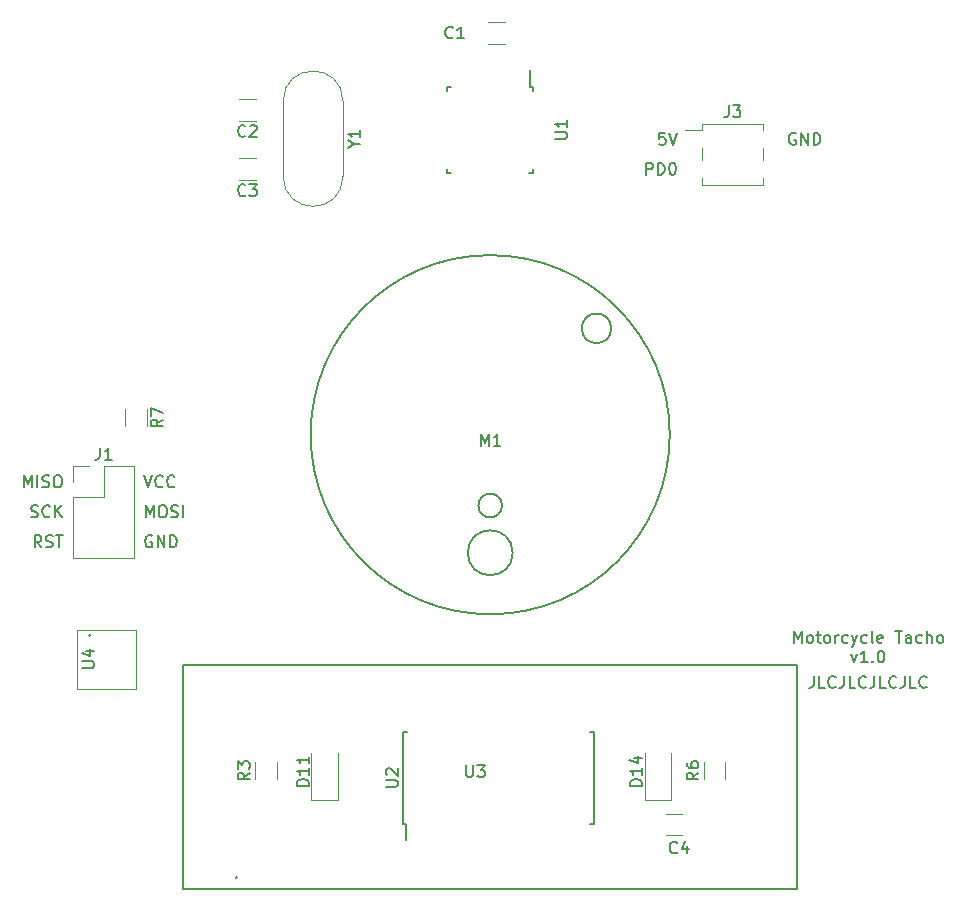
<source format=gbr>
%TF.GenerationSoftware,KiCad,Pcbnew,5.1.10*%
%TF.CreationDate,2021-09-26T09:19:48+10:00*%
%TF.ProjectId,pcb-main,7063622d-6d61-4696-9e2e-6b696361645f,rev?*%
%TF.SameCoordinates,Original*%
%TF.FileFunction,Legend,Top*%
%TF.FilePolarity,Positive*%
%FSLAX46Y46*%
G04 Gerber Fmt 4.6, Leading zero omitted, Abs format (unit mm)*
G04 Created by KiCad (PCBNEW 5.1.10) date 2021-09-26 09:19:48*
%MOMM*%
%LPD*%
G01*
G04 APERTURE LIST*
%ADD10C,0.150000*%
%ADD11C,0.120000*%
G04 APERTURE END LIST*
D10*
X177380952Y-114452380D02*
X177380952Y-115166666D01*
X177333333Y-115309523D01*
X177238095Y-115404761D01*
X177095238Y-115452380D01*
X177000000Y-115452380D01*
X178333333Y-115452380D02*
X177857142Y-115452380D01*
X177857142Y-114452380D01*
X179238095Y-115357142D02*
X179190476Y-115404761D01*
X179047619Y-115452380D01*
X178952380Y-115452380D01*
X178809523Y-115404761D01*
X178714285Y-115309523D01*
X178666666Y-115214285D01*
X178619047Y-115023809D01*
X178619047Y-114880952D01*
X178666666Y-114690476D01*
X178714285Y-114595238D01*
X178809523Y-114500000D01*
X178952380Y-114452380D01*
X179047619Y-114452380D01*
X179190476Y-114500000D01*
X179238095Y-114547619D01*
X179952380Y-114452380D02*
X179952380Y-115166666D01*
X179904761Y-115309523D01*
X179809523Y-115404761D01*
X179666666Y-115452380D01*
X179571428Y-115452380D01*
X180904761Y-115452380D02*
X180428571Y-115452380D01*
X180428571Y-114452380D01*
X181809523Y-115357142D02*
X181761904Y-115404761D01*
X181619047Y-115452380D01*
X181523809Y-115452380D01*
X181380952Y-115404761D01*
X181285714Y-115309523D01*
X181238095Y-115214285D01*
X181190476Y-115023809D01*
X181190476Y-114880952D01*
X181238095Y-114690476D01*
X181285714Y-114595238D01*
X181380952Y-114500000D01*
X181523809Y-114452380D01*
X181619047Y-114452380D01*
X181761904Y-114500000D01*
X181809523Y-114547619D01*
X182523809Y-114452380D02*
X182523809Y-115166666D01*
X182476190Y-115309523D01*
X182380952Y-115404761D01*
X182238095Y-115452380D01*
X182142857Y-115452380D01*
X183476190Y-115452380D02*
X183000000Y-115452380D01*
X183000000Y-114452380D01*
X184380952Y-115357142D02*
X184333333Y-115404761D01*
X184190476Y-115452380D01*
X184095238Y-115452380D01*
X183952380Y-115404761D01*
X183857142Y-115309523D01*
X183809523Y-115214285D01*
X183761904Y-115023809D01*
X183761904Y-114880952D01*
X183809523Y-114690476D01*
X183857142Y-114595238D01*
X183952380Y-114500000D01*
X184095238Y-114452380D01*
X184190476Y-114452380D01*
X184333333Y-114500000D01*
X184380952Y-114547619D01*
X185095238Y-114452380D02*
X185095238Y-115166666D01*
X185047619Y-115309523D01*
X184952380Y-115404761D01*
X184809523Y-115452380D01*
X184714285Y-115452380D01*
X186047619Y-115452380D02*
X185571428Y-115452380D01*
X185571428Y-114452380D01*
X186952380Y-115357142D02*
X186904761Y-115404761D01*
X186761904Y-115452380D01*
X186666666Y-115452380D01*
X186523809Y-115404761D01*
X186428571Y-115309523D01*
X186380952Y-115214285D01*
X186333333Y-115023809D01*
X186333333Y-114880952D01*
X186380952Y-114690476D01*
X186428571Y-114595238D01*
X186523809Y-114500000D01*
X186666666Y-114452380D01*
X186761904Y-114452380D01*
X186904761Y-114500000D01*
X186952380Y-114547619D01*
X175690476Y-111627380D02*
X175690476Y-110627380D01*
X176023809Y-111341666D01*
X176357142Y-110627380D01*
X176357142Y-111627380D01*
X176976190Y-111627380D02*
X176880952Y-111579761D01*
X176833333Y-111532142D01*
X176785714Y-111436904D01*
X176785714Y-111151190D01*
X176833333Y-111055952D01*
X176880952Y-111008333D01*
X176976190Y-110960714D01*
X177119047Y-110960714D01*
X177214285Y-111008333D01*
X177261904Y-111055952D01*
X177309523Y-111151190D01*
X177309523Y-111436904D01*
X177261904Y-111532142D01*
X177214285Y-111579761D01*
X177119047Y-111627380D01*
X176976190Y-111627380D01*
X177595238Y-110960714D02*
X177976190Y-110960714D01*
X177738095Y-110627380D02*
X177738095Y-111484523D01*
X177785714Y-111579761D01*
X177880952Y-111627380D01*
X177976190Y-111627380D01*
X178452380Y-111627380D02*
X178357142Y-111579761D01*
X178309523Y-111532142D01*
X178261904Y-111436904D01*
X178261904Y-111151190D01*
X178309523Y-111055952D01*
X178357142Y-111008333D01*
X178452380Y-110960714D01*
X178595238Y-110960714D01*
X178690476Y-111008333D01*
X178738095Y-111055952D01*
X178785714Y-111151190D01*
X178785714Y-111436904D01*
X178738095Y-111532142D01*
X178690476Y-111579761D01*
X178595238Y-111627380D01*
X178452380Y-111627380D01*
X179214285Y-111627380D02*
X179214285Y-110960714D01*
X179214285Y-111151190D02*
X179261904Y-111055952D01*
X179309523Y-111008333D01*
X179404761Y-110960714D01*
X179500000Y-110960714D01*
X180261904Y-111579761D02*
X180166666Y-111627380D01*
X179976190Y-111627380D01*
X179880952Y-111579761D01*
X179833333Y-111532142D01*
X179785714Y-111436904D01*
X179785714Y-111151190D01*
X179833333Y-111055952D01*
X179880952Y-111008333D01*
X179976190Y-110960714D01*
X180166666Y-110960714D01*
X180261904Y-111008333D01*
X180595238Y-110960714D02*
X180833333Y-111627380D01*
X181071428Y-110960714D02*
X180833333Y-111627380D01*
X180738095Y-111865476D01*
X180690476Y-111913095D01*
X180595238Y-111960714D01*
X181880952Y-111579761D02*
X181785714Y-111627380D01*
X181595238Y-111627380D01*
X181500000Y-111579761D01*
X181452380Y-111532142D01*
X181404761Y-111436904D01*
X181404761Y-111151190D01*
X181452380Y-111055952D01*
X181500000Y-111008333D01*
X181595238Y-110960714D01*
X181785714Y-110960714D01*
X181880952Y-111008333D01*
X182452380Y-111627380D02*
X182357142Y-111579761D01*
X182309523Y-111484523D01*
X182309523Y-110627380D01*
X183214285Y-111579761D02*
X183119047Y-111627380D01*
X182928571Y-111627380D01*
X182833333Y-111579761D01*
X182785714Y-111484523D01*
X182785714Y-111103571D01*
X182833333Y-111008333D01*
X182928571Y-110960714D01*
X183119047Y-110960714D01*
X183214285Y-111008333D01*
X183261904Y-111103571D01*
X183261904Y-111198809D01*
X182785714Y-111294047D01*
X184309523Y-110627380D02*
X184880952Y-110627380D01*
X184595238Y-111627380D02*
X184595238Y-110627380D01*
X185642857Y-111627380D02*
X185642857Y-111103571D01*
X185595238Y-111008333D01*
X185500000Y-110960714D01*
X185309523Y-110960714D01*
X185214285Y-111008333D01*
X185642857Y-111579761D02*
X185547619Y-111627380D01*
X185309523Y-111627380D01*
X185214285Y-111579761D01*
X185166666Y-111484523D01*
X185166666Y-111389285D01*
X185214285Y-111294047D01*
X185309523Y-111246428D01*
X185547619Y-111246428D01*
X185642857Y-111198809D01*
X186547619Y-111579761D02*
X186452380Y-111627380D01*
X186261904Y-111627380D01*
X186166666Y-111579761D01*
X186119047Y-111532142D01*
X186071428Y-111436904D01*
X186071428Y-111151190D01*
X186119047Y-111055952D01*
X186166666Y-111008333D01*
X186261904Y-110960714D01*
X186452380Y-110960714D01*
X186547619Y-111008333D01*
X186976190Y-111627380D02*
X186976190Y-110627380D01*
X187404761Y-111627380D02*
X187404761Y-111103571D01*
X187357142Y-111008333D01*
X187261904Y-110960714D01*
X187119047Y-110960714D01*
X187023809Y-111008333D01*
X186976190Y-111055952D01*
X188023809Y-111627380D02*
X187928571Y-111579761D01*
X187880952Y-111532142D01*
X187833333Y-111436904D01*
X187833333Y-111151190D01*
X187880952Y-111055952D01*
X187928571Y-111008333D01*
X188023809Y-110960714D01*
X188166666Y-110960714D01*
X188261904Y-111008333D01*
X188309523Y-111055952D01*
X188357142Y-111151190D01*
X188357142Y-111436904D01*
X188309523Y-111532142D01*
X188261904Y-111579761D01*
X188166666Y-111627380D01*
X188023809Y-111627380D01*
X180571428Y-112610714D02*
X180809523Y-113277380D01*
X181047619Y-112610714D01*
X181952380Y-113277380D02*
X181380952Y-113277380D01*
X181666666Y-113277380D02*
X181666666Y-112277380D01*
X181571428Y-112420238D01*
X181476190Y-112515476D01*
X181380952Y-112563095D01*
X182380952Y-113182142D02*
X182428571Y-113229761D01*
X182380952Y-113277380D01*
X182333333Y-113229761D01*
X182380952Y-113182142D01*
X182380952Y-113277380D01*
X183047619Y-112277380D02*
X183142857Y-112277380D01*
X183238095Y-112325000D01*
X183285714Y-112372619D01*
X183333333Y-112467857D01*
X183380952Y-112658333D01*
X183380952Y-112896428D01*
X183333333Y-113086904D01*
X183285714Y-113182142D01*
X183238095Y-113229761D01*
X183142857Y-113277380D01*
X183047619Y-113277380D01*
X182952380Y-113229761D01*
X182904761Y-113182142D01*
X182857142Y-113086904D01*
X182809523Y-112896428D01*
X182809523Y-112658333D01*
X182857142Y-112467857D01*
X182904761Y-112372619D01*
X182952380Y-112325000D01*
X183047619Y-112277380D01*
X163188214Y-71992380D02*
X163188214Y-70992380D01*
X163569166Y-70992380D01*
X163664404Y-71040000D01*
X163712023Y-71087619D01*
X163759642Y-71182857D01*
X163759642Y-71325714D01*
X163712023Y-71420952D01*
X163664404Y-71468571D01*
X163569166Y-71516190D01*
X163188214Y-71516190D01*
X164188214Y-71992380D02*
X164188214Y-70992380D01*
X164426309Y-70992380D01*
X164569166Y-71040000D01*
X164664404Y-71135238D01*
X164712023Y-71230476D01*
X164759642Y-71420952D01*
X164759642Y-71563809D01*
X164712023Y-71754285D01*
X164664404Y-71849523D01*
X164569166Y-71944761D01*
X164426309Y-71992380D01*
X164188214Y-71992380D01*
X165378690Y-70992380D02*
X165473928Y-70992380D01*
X165569166Y-71040000D01*
X165616785Y-71087619D01*
X165664404Y-71182857D01*
X165712023Y-71373333D01*
X165712023Y-71611428D01*
X165664404Y-71801904D01*
X165616785Y-71897142D01*
X165569166Y-71944761D01*
X165473928Y-71992380D01*
X165378690Y-71992380D01*
X165283452Y-71944761D01*
X165235833Y-71897142D01*
X165188214Y-71801904D01*
X165140595Y-71611428D01*
X165140595Y-71373333D01*
X165188214Y-71182857D01*
X165235833Y-71087619D01*
X165283452Y-71040000D01*
X165378690Y-70992380D01*
X164807261Y-68452380D02*
X164331071Y-68452380D01*
X164283452Y-68928571D01*
X164331071Y-68880952D01*
X164426309Y-68833333D01*
X164664404Y-68833333D01*
X164759642Y-68880952D01*
X164807261Y-68928571D01*
X164854880Y-69023809D01*
X164854880Y-69261904D01*
X164807261Y-69357142D01*
X164759642Y-69404761D01*
X164664404Y-69452380D01*
X164426309Y-69452380D01*
X164331071Y-69404761D01*
X164283452Y-69357142D01*
X165140595Y-68452380D02*
X165473928Y-69452380D01*
X165807261Y-68452380D01*
X175859404Y-68500000D02*
X175764166Y-68452380D01*
X175621309Y-68452380D01*
X175478452Y-68500000D01*
X175383214Y-68595238D01*
X175335595Y-68690476D01*
X175287976Y-68880952D01*
X175287976Y-69023809D01*
X175335595Y-69214285D01*
X175383214Y-69309523D01*
X175478452Y-69404761D01*
X175621309Y-69452380D01*
X175716547Y-69452380D01*
X175859404Y-69404761D01*
X175907023Y-69357142D01*
X175907023Y-69023809D01*
X175716547Y-69023809D01*
X176335595Y-69452380D02*
X176335595Y-68452380D01*
X176907023Y-69452380D01*
X176907023Y-68452380D01*
X177383214Y-69452380D02*
X177383214Y-68452380D01*
X177621309Y-68452380D01*
X177764166Y-68500000D01*
X177859404Y-68595238D01*
X177907023Y-68690476D01*
X177954642Y-68880952D01*
X177954642Y-69023809D01*
X177907023Y-69214285D01*
X177859404Y-69309523D01*
X177764166Y-69404761D01*
X177621309Y-69452380D01*
X177383214Y-69452380D01*
X120835595Y-100992380D02*
X120835595Y-99992380D01*
X121168928Y-100706666D01*
X121502261Y-99992380D01*
X121502261Y-100992380D01*
X122168928Y-99992380D02*
X122359404Y-99992380D01*
X122454642Y-100040000D01*
X122549880Y-100135238D01*
X122597500Y-100325714D01*
X122597500Y-100659047D01*
X122549880Y-100849523D01*
X122454642Y-100944761D01*
X122359404Y-100992380D01*
X122168928Y-100992380D01*
X122073690Y-100944761D01*
X121978452Y-100849523D01*
X121930833Y-100659047D01*
X121930833Y-100325714D01*
X121978452Y-100135238D01*
X122073690Y-100040000D01*
X122168928Y-99992380D01*
X122978452Y-100944761D02*
X123121309Y-100992380D01*
X123359404Y-100992380D01*
X123454642Y-100944761D01*
X123502261Y-100897142D01*
X123549880Y-100801904D01*
X123549880Y-100706666D01*
X123502261Y-100611428D01*
X123454642Y-100563809D01*
X123359404Y-100516190D01*
X123168928Y-100468571D01*
X123073690Y-100420952D01*
X123026071Y-100373333D01*
X122978452Y-100278095D01*
X122978452Y-100182857D01*
X123026071Y-100087619D01*
X123073690Y-100040000D01*
X123168928Y-99992380D01*
X123407023Y-99992380D01*
X123549880Y-100040000D01*
X123978452Y-100992380D02*
X123978452Y-99992380D01*
X111140595Y-100944761D02*
X111283452Y-100992380D01*
X111521547Y-100992380D01*
X111616785Y-100944761D01*
X111664404Y-100897142D01*
X111712023Y-100801904D01*
X111712023Y-100706666D01*
X111664404Y-100611428D01*
X111616785Y-100563809D01*
X111521547Y-100516190D01*
X111331071Y-100468571D01*
X111235833Y-100420952D01*
X111188214Y-100373333D01*
X111140595Y-100278095D01*
X111140595Y-100182857D01*
X111188214Y-100087619D01*
X111235833Y-100040000D01*
X111331071Y-99992380D01*
X111569166Y-99992380D01*
X111712023Y-100040000D01*
X112712023Y-100897142D02*
X112664404Y-100944761D01*
X112521547Y-100992380D01*
X112426309Y-100992380D01*
X112283452Y-100944761D01*
X112188214Y-100849523D01*
X112140595Y-100754285D01*
X112092976Y-100563809D01*
X112092976Y-100420952D01*
X112140595Y-100230476D01*
X112188214Y-100135238D01*
X112283452Y-100040000D01*
X112426309Y-99992380D01*
X112521547Y-99992380D01*
X112664404Y-100040000D01*
X112712023Y-100087619D01*
X113140595Y-100992380D02*
X113140595Y-99992380D01*
X113712023Y-100992380D02*
X113283452Y-100420952D01*
X113712023Y-99992380D02*
X113140595Y-100563809D01*
X110521547Y-98452380D02*
X110521547Y-97452380D01*
X110854880Y-98166666D01*
X111188214Y-97452380D01*
X111188214Y-98452380D01*
X111664404Y-98452380D02*
X111664404Y-97452380D01*
X112092976Y-98404761D02*
X112235833Y-98452380D01*
X112473928Y-98452380D01*
X112569166Y-98404761D01*
X112616785Y-98357142D01*
X112664404Y-98261904D01*
X112664404Y-98166666D01*
X112616785Y-98071428D01*
X112569166Y-98023809D01*
X112473928Y-97976190D01*
X112283452Y-97928571D01*
X112188214Y-97880952D01*
X112140595Y-97833333D01*
X112092976Y-97738095D01*
X112092976Y-97642857D01*
X112140595Y-97547619D01*
X112188214Y-97500000D01*
X112283452Y-97452380D01*
X112521547Y-97452380D01*
X112664404Y-97500000D01*
X113283452Y-97452380D02*
X113473928Y-97452380D01*
X113569166Y-97500000D01*
X113664404Y-97595238D01*
X113712023Y-97785714D01*
X113712023Y-98119047D01*
X113664404Y-98309523D01*
X113569166Y-98404761D01*
X113473928Y-98452380D01*
X113283452Y-98452380D01*
X113188214Y-98404761D01*
X113092976Y-98309523D01*
X113045357Y-98119047D01*
X113045357Y-97785714D01*
X113092976Y-97595238D01*
X113188214Y-97500000D01*
X113283452Y-97452380D01*
X120692738Y-97452380D02*
X121026071Y-98452380D01*
X121359404Y-97452380D01*
X122264166Y-98357142D02*
X122216547Y-98404761D01*
X122073690Y-98452380D01*
X121978452Y-98452380D01*
X121835595Y-98404761D01*
X121740357Y-98309523D01*
X121692738Y-98214285D01*
X121645119Y-98023809D01*
X121645119Y-97880952D01*
X121692738Y-97690476D01*
X121740357Y-97595238D01*
X121835595Y-97500000D01*
X121978452Y-97452380D01*
X122073690Y-97452380D01*
X122216547Y-97500000D01*
X122264166Y-97547619D01*
X123264166Y-98357142D02*
X123216547Y-98404761D01*
X123073690Y-98452380D01*
X122978452Y-98452380D01*
X122835595Y-98404761D01*
X122740357Y-98309523D01*
X122692738Y-98214285D01*
X122645119Y-98023809D01*
X122645119Y-97880952D01*
X122692738Y-97690476D01*
X122740357Y-97595238D01*
X122835595Y-97500000D01*
X122978452Y-97452380D01*
X123073690Y-97452380D01*
X123216547Y-97500000D01*
X123264166Y-97547619D01*
X121359404Y-102580000D02*
X121264166Y-102532380D01*
X121121309Y-102532380D01*
X120978452Y-102580000D01*
X120883214Y-102675238D01*
X120835595Y-102770476D01*
X120787976Y-102960952D01*
X120787976Y-103103809D01*
X120835595Y-103294285D01*
X120883214Y-103389523D01*
X120978452Y-103484761D01*
X121121309Y-103532380D01*
X121216547Y-103532380D01*
X121359404Y-103484761D01*
X121407023Y-103437142D01*
X121407023Y-103103809D01*
X121216547Y-103103809D01*
X121835595Y-103532380D02*
X121835595Y-102532380D01*
X122407023Y-103532380D01*
X122407023Y-102532380D01*
X122883214Y-103532380D02*
X122883214Y-102532380D01*
X123121309Y-102532380D01*
X123264166Y-102580000D01*
X123359404Y-102675238D01*
X123407023Y-102770476D01*
X123454642Y-102960952D01*
X123454642Y-103103809D01*
X123407023Y-103294285D01*
X123359404Y-103389523D01*
X123264166Y-103484761D01*
X123121309Y-103532380D01*
X122883214Y-103532380D01*
X111997738Y-103532380D02*
X111664404Y-103056190D01*
X111426309Y-103532380D02*
X111426309Y-102532380D01*
X111807261Y-102532380D01*
X111902500Y-102580000D01*
X111950119Y-102627619D01*
X111997738Y-102722857D01*
X111997738Y-102865714D01*
X111950119Y-102960952D01*
X111902500Y-103008571D01*
X111807261Y-103056190D01*
X111426309Y-103056190D01*
X112378690Y-103484761D02*
X112521547Y-103532380D01*
X112759642Y-103532380D01*
X112854880Y-103484761D01*
X112902500Y-103437142D01*
X112950119Y-103341904D01*
X112950119Y-103246666D01*
X112902500Y-103151428D01*
X112854880Y-103103809D01*
X112759642Y-103056190D01*
X112569166Y-103008571D01*
X112473928Y-102960952D01*
X112426309Y-102913333D01*
X112378690Y-102818095D01*
X112378690Y-102722857D01*
X112426309Y-102627619D01*
X112473928Y-102580000D01*
X112569166Y-102532380D01*
X112807261Y-102532380D01*
X112950119Y-102580000D01*
X113235833Y-102532380D02*
X113807261Y-102532380D01*
X113521547Y-103532380D02*
X113521547Y-102532380D01*
D11*
%TO.C,U4*%
X116200000Y-111000000D02*
G75*
G03*
X116200000Y-111000000I-100000J0D01*
G01*
X120000000Y-110500000D02*
X120000000Y-115500000D01*
X120000000Y-115500000D02*
X115000000Y-115500000D01*
X115000000Y-115500000D02*
X115000000Y-110500000D01*
X115000000Y-110500000D02*
X120000000Y-110500000D01*
%TO.C,J1*%
X114670000Y-104410000D02*
X119870000Y-104410000D01*
X114670000Y-99270000D02*
X114670000Y-104410000D01*
X119870000Y-96670000D02*
X119870000Y-104410000D01*
X114670000Y-99270000D02*
X117270000Y-99270000D01*
X117270000Y-99270000D02*
X117270000Y-96670000D01*
X117270000Y-96670000D02*
X119870000Y-96670000D01*
X114670000Y-98000000D02*
X114670000Y-96670000D01*
X114670000Y-96670000D02*
X116000000Y-96670000D01*
D10*
%TO.C,U3*%
X124000000Y-132500000D02*
X124000000Y-113500000D01*
X176000000Y-132500000D02*
X124000000Y-132500000D01*
X176000000Y-113500000D02*
X176000000Y-132500000D01*
X124000000Y-113500000D02*
X176000000Y-113500000D01*
D11*
X128600000Y-131500000D02*
G75*
G03*
X128600000Y-131500000I-100000J0D01*
G01*
D10*
%TO.C,U2*%
X142625000Y-126925000D02*
X142875000Y-126925000D01*
X142625000Y-119175000D02*
X142972500Y-119175000D01*
X158775000Y-119175000D02*
X158427500Y-119175000D01*
X158775000Y-126925000D02*
X158427500Y-126925000D01*
X142625000Y-126925000D02*
X142625000Y-119175000D01*
X158775000Y-126925000D02*
X158775000Y-119175000D01*
X142875000Y-126925000D02*
X142875000Y-128350000D01*
D11*
%TO.C,J3*%
X167925000Y-67670000D02*
X173125000Y-67670000D01*
X167925000Y-72870000D02*
X173125000Y-72870000D01*
X166485000Y-68240000D02*
X167925000Y-68240000D01*
X167925000Y-67670000D02*
X167925000Y-68240000D01*
X173125000Y-67670000D02*
X173125000Y-68240000D01*
X167925000Y-72300000D02*
X167925000Y-72870000D01*
X173125000Y-72300000D02*
X173125000Y-72870000D01*
X167925000Y-69760000D02*
X167925000Y-70780000D01*
X173125000Y-69760000D02*
X173125000Y-70780000D01*
D10*
%TO.C,M1*%
X165200000Y-94000000D02*
G75*
G03*
X165200000Y-94000000I-15200000J0D01*
G01*
X151000000Y-100000000D02*
G75*
G03*
X151000000Y-100000000I-1000000J0D01*
G01*
X151900000Y-104000000D02*
G75*
G03*
X151900000Y-104000000I-1900000J0D01*
G01*
X160250000Y-85000000D02*
G75*
G03*
X160250000Y-85000000I-1250000J0D01*
G01*
D11*
%TO.C,C4*%
X164851248Y-126090000D02*
X166273752Y-126090000D01*
X164851248Y-127910000D02*
X166273752Y-127910000D01*
%TO.C,Y1*%
X132475000Y-72140000D02*
G75*
G03*
X137525000Y-72140000I2525000J0D01*
G01*
X132475000Y-65740000D02*
G75*
G02*
X137525000Y-65740000I2525000J0D01*
G01*
X137525000Y-65740000D02*
X137525000Y-72140000D01*
X132475000Y-65740000D02*
X132475000Y-72140000D01*
%TO.C,R7*%
X120910000Y-91822936D02*
X120910000Y-93277064D01*
X119090000Y-91822936D02*
X119090000Y-93277064D01*
%TO.C,C3*%
X130148752Y-72410000D02*
X128726248Y-72410000D01*
X130148752Y-70590000D02*
X128726248Y-70590000D01*
%TO.C,C2*%
X130148752Y-67410000D02*
X128726248Y-67410000D01*
X130148752Y-65590000D02*
X128726248Y-65590000D01*
%TO.C,C1*%
X149851248Y-59090000D02*
X151273752Y-59090000D01*
X149851248Y-60910000D02*
X151273752Y-60910000D01*
%TO.C,R6*%
X168090000Y-123177064D02*
X168090000Y-121722936D01*
X169910000Y-123177064D02*
X169910000Y-121722936D01*
%TO.C,R3*%
X130090000Y-123177064D02*
X130090000Y-121722936D01*
X131910000Y-123177064D02*
X131910000Y-121722936D01*
%TO.C,D14*%
X163065000Y-120912500D02*
X163065000Y-124972500D01*
X163065000Y-124972500D02*
X165335000Y-124972500D01*
X165335000Y-124972500D02*
X165335000Y-120912500D01*
%TO.C,D11*%
X134865000Y-120912500D02*
X134865000Y-124972500D01*
X134865000Y-124972500D02*
X137135000Y-124972500D01*
X137135000Y-124972500D02*
X137135000Y-120912500D01*
D10*
%TO.C,U1*%
X153625000Y-64575000D02*
X153400000Y-64575000D01*
X153625000Y-71825000D02*
X153300000Y-71825000D01*
X146375000Y-71825000D02*
X146700000Y-71825000D01*
X146375000Y-64575000D02*
X146700000Y-64575000D01*
X153625000Y-64575000D02*
X153625000Y-64900000D01*
X146375000Y-64575000D02*
X146375000Y-64900000D01*
X146375000Y-71825000D02*
X146375000Y-71500000D01*
X153625000Y-71825000D02*
X153625000Y-71500000D01*
X153400000Y-64575000D02*
X153400000Y-63150000D01*
%TO.C,U4*%
X115452380Y-113761904D02*
X116261904Y-113761904D01*
X116357142Y-113714285D01*
X116404761Y-113666666D01*
X116452380Y-113571428D01*
X116452380Y-113380952D01*
X116404761Y-113285714D01*
X116357142Y-113238095D01*
X116261904Y-113190476D01*
X115452380Y-113190476D01*
X115785714Y-112285714D02*
X116452380Y-112285714D01*
X115404761Y-112523809D02*
X116119047Y-112761904D01*
X116119047Y-112142857D01*
%TO.C,J1*%
X116936666Y-95122380D02*
X116936666Y-95836666D01*
X116889047Y-95979523D01*
X116793809Y-96074761D01*
X116650952Y-96122380D01*
X116555714Y-96122380D01*
X117936666Y-96122380D02*
X117365238Y-96122380D01*
X117650952Y-96122380D02*
X117650952Y-95122380D01*
X117555714Y-95265238D01*
X117460476Y-95360476D01*
X117365238Y-95408095D01*
%TO.C,U3*%
X147968975Y-121979420D02*
X147968975Y-122788944D01*
X148016594Y-122884182D01*
X148064213Y-122931801D01*
X148159451Y-122979420D01*
X148349927Y-122979420D01*
X148445165Y-122931801D01*
X148492784Y-122884182D01*
X148540403Y-122788944D01*
X148540403Y-121979420D01*
X148921356Y-121979420D02*
X149540403Y-121979420D01*
X149207070Y-122360373D01*
X149349927Y-122360373D01*
X149445165Y-122407992D01*
X149492784Y-122455611D01*
X149540403Y-122550849D01*
X149540403Y-122788944D01*
X149492784Y-122884182D01*
X149445165Y-122931801D01*
X149349927Y-122979420D01*
X149064213Y-122979420D01*
X148968975Y-122931801D01*
X148921356Y-122884182D01*
%TO.C,U2*%
X141152380Y-123811904D02*
X141961904Y-123811904D01*
X142057142Y-123764285D01*
X142104761Y-123716666D01*
X142152380Y-123621428D01*
X142152380Y-123430952D01*
X142104761Y-123335714D01*
X142057142Y-123288095D01*
X141961904Y-123240476D01*
X141152380Y-123240476D01*
X141247619Y-122811904D02*
X141200000Y-122764285D01*
X141152380Y-122669047D01*
X141152380Y-122430952D01*
X141200000Y-122335714D01*
X141247619Y-122288095D01*
X141342857Y-122240476D01*
X141438095Y-122240476D01*
X141580952Y-122288095D01*
X142152380Y-122859523D01*
X142152380Y-122240476D01*
%TO.C,J3*%
X170191666Y-66122380D02*
X170191666Y-66836666D01*
X170144047Y-66979523D01*
X170048809Y-67074761D01*
X169905952Y-67122380D01*
X169810714Y-67122380D01*
X170572619Y-66122380D02*
X171191666Y-66122380D01*
X170858333Y-66503333D01*
X171001190Y-66503333D01*
X171096428Y-66550952D01*
X171144047Y-66598571D01*
X171191666Y-66693809D01*
X171191666Y-66931904D01*
X171144047Y-67027142D01*
X171096428Y-67074761D01*
X171001190Y-67122380D01*
X170715476Y-67122380D01*
X170620238Y-67074761D01*
X170572619Y-67027142D01*
%TO.C,M1*%
X149190476Y-94952380D02*
X149190476Y-93952380D01*
X149523809Y-94666666D01*
X149857142Y-93952380D01*
X149857142Y-94952380D01*
X150857142Y-94952380D02*
X150285714Y-94952380D01*
X150571428Y-94952380D02*
X150571428Y-93952380D01*
X150476190Y-94095238D01*
X150380952Y-94190476D01*
X150285714Y-94238095D01*
%TO.C,C4*%
X165833333Y-129357142D02*
X165785714Y-129404761D01*
X165642857Y-129452380D01*
X165547619Y-129452380D01*
X165404761Y-129404761D01*
X165309523Y-129309523D01*
X165261904Y-129214285D01*
X165214285Y-129023809D01*
X165214285Y-128880952D01*
X165261904Y-128690476D01*
X165309523Y-128595238D01*
X165404761Y-128500000D01*
X165547619Y-128452380D01*
X165642857Y-128452380D01*
X165785714Y-128500000D01*
X165833333Y-128547619D01*
X166690476Y-128785714D02*
X166690476Y-129452380D01*
X166452380Y-128404761D02*
X166214285Y-129119047D01*
X166833333Y-129119047D01*
%TO.C,Y1*%
X138501190Y-69416190D02*
X138977380Y-69416190D01*
X137977380Y-69749523D02*
X138501190Y-69416190D01*
X137977380Y-69082857D01*
X138977380Y-68225714D02*
X138977380Y-68797142D01*
X138977380Y-68511428D02*
X137977380Y-68511428D01*
X138120238Y-68606666D01*
X138215476Y-68701904D01*
X138263095Y-68797142D01*
%TO.C,R7*%
X122272380Y-92716666D02*
X121796190Y-93050000D01*
X122272380Y-93288095D02*
X121272380Y-93288095D01*
X121272380Y-92907142D01*
X121320000Y-92811904D01*
X121367619Y-92764285D01*
X121462857Y-92716666D01*
X121605714Y-92716666D01*
X121700952Y-92764285D01*
X121748571Y-92811904D01*
X121796190Y-92907142D01*
X121796190Y-93288095D01*
X121272380Y-92383333D02*
X121272380Y-91716666D01*
X122272380Y-92145238D01*
%TO.C,C3*%
X129270833Y-73707142D02*
X129223214Y-73754761D01*
X129080357Y-73802380D01*
X128985119Y-73802380D01*
X128842261Y-73754761D01*
X128747023Y-73659523D01*
X128699404Y-73564285D01*
X128651785Y-73373809D01*
X128651785Y-73230952D01*
X128699404Y-73040476D01*
X128747023Y-72945238D01*
X128842261Y-72850000D01*
X128985119Y-72802380D01*
X129080357Y-72802380D01*
X129223214Y-72850000D01*
X129270833Y-72897619D01*
X129604166Y-72802380D02*
X130223214Y-72802380D01*
X129889880Y-73183333D01*
X130032738Y-73183333D01*
X130127976Y-73230952D01*
X130175595Y-73278571D01*
X130223214Y-73373809D01*
X130223214Y-73611904D01*
X130175595Y-73707142D01*
X130127976Y-73754761D01*
X130032738Y-73802380D01*
X129747023Y-73802380D01*
X129651785Y-73754761D01*
X129604166Y-73707142D01*
%TO.C,C2*%
X129270833Y-68707142D02*
X129223214Y-68754761D01*
X129080357Y-68802380D01*
X128985119Y-68802380D01*
X128842261Y-68754761D01*
X128747023Y-68659523D01*
X128699404Y-68564285D01*
X128651785Y-68373809D01*
X128651785Y-68230952D01*
X128699404Y-68040476D01*
X128747023Y-67945238D01*
X128842261Y-67850000D01*
X128985119Y-67802380D01*
X129080357Y-67802380D01*
X129223214Y-67850000D01*
X129270833Y-67897619D01*
X129651785Y-67897619D02*
X129699404Y-67850000D01*
X129794642Y-67802380D01*
X130032738Y-67802380D01*
X130127976Y-67850000D01*
X130175595Y-67897619D01*
X130223214Y-67992857D01*
X130223214Y-68088095D01*
X130175595Y-68230952D01*
X129604166Y-68802380D01*
X130223214Y-68802380D01*
%TO.C,C1*%
X146833333Y-60357142D02*
X146785714Y-60404761D01*
X146642857Y-60452380D01*
X146547619Y-60452380D01*
X146404761Y-60404761D01*
X146309523Y-60309523D01*
X146261904Y-60214285D01*
X146214285Y-60023809D01*
X146214285Y-59880952D01*
X146261904Y-59690476D01*
X146309523Y-59595238D01*
X146404761Y-59500000D01*
X146547619Y-59452380D01*
X146642857Y-59452380D01*
X146785714Y-59500000D01*
X146833333Y-59547619D01*
X147785714Y-60452380D02*
X147214285Y-60452380D01*
X147500000Y-60452380D02*
X147500000Y-59452380D01*
X147404761Y-59595238D01*
X147309523Y-59690476D01*
X147214285Y-59738095D01*
%TO.C,R6*%
X167632380Y-122616666D02*
X167156190Y-122950000D01*
X167632380Y-123188095D02*
X166632380Y-123188095D01*
X166632380Y-122807142D01*
X166680000Y-122711904D01*
X166727619Y-122664285D01*
X166822857Y-122616666D01*
X166965714Y-122616666D01*
X167060952Y-122664285D01*
X167108571Y-122711904D01*
X167156190Y-122807142D01*
X167156190Y-123188095D01*
X166632380Y-121759523D02*
X166632380Y-121950000D01*
X166680000Y-122045238D01*
X166727619Y-122092857D01*
X166870476Y-122188095D01*
X167060952Y-122235714D01*
X167441904Y-122235714D01*
X167537142Y-122188095D01*
X167584761Y-122140476D01*
X167632380Y-122045238D01*
X167632380Y-121854761D01*
X167584761Y-121759523D01*
X167537142Y-121711904D01*
X167441904Y-121664285D01*
X167203809Y-121664285D01*
X167108571Y-121711904D01*
X167060952Y-121759523D01*
X167013333Y-121854761D01*
X167013333Y-122045238D01*
X167060952Y-122140476D01*
X167108571Y-122188095D01*
X167203809Y-122235714D01*
%TO.C,R3*%
X129632380Y-122616666D02*
X129156190Y-122950000D01*
X129632380Y-123188095D02*
X128632380Y-123188095D01*
X128632380Y-122807142D01*
X128680000Y-122711904D01*
X128727619Y-122664285D01*
X128822857Y-122616666D01*
X128965714Y-122616666D01*
X129060952Y-122664285D01*
X129108571Y-122711904D01*
X129156190Y-122807142D01*
X129156190Y-123188095D01*
X128632380Y-122283333D02*
X128632380Y-121664285D01*
X129013333Y-121997619D01*
X129013333Y-121854761D01*
X129060952Y-121759523D01*
X129108571Y-121711904D01*
X129203809Y-121664285D01*
X129441904Y-121664285D01*
X129537142Y-121711904D01*
X129584761Y-121759523D01*
X129632380Y-121854761D01*
X129632380Y-122140476D01*
X129584761Y-122235714D01*
X129537142Y-122283333D01*
%TO.C,D14*%
X162832380Y-123726785D02*
X161832380Y-123726785D01*
X161832380Y-123488690D01*
X161880000Y-123345833D01*
X161975238Y-123250595D01*
X162070476Y-123202976D01*
X162260952Y-123155357D01*
X162403809Y-123155357D01*
X162594285Y-123202976D01*
X162689523Y-123250595D01*
X162784761Y-123345833D01*
X162832380Y-123488690D01*
X162832380Y-123726785D01*
X162832380Y-122202976D02*
X162832380Y-122774404D01*
X162832380Y-122488690D02*
X161832380Y-122488690D01*
X161975238Y-122583928D01*
X162070476Y-122679166D01*
X162118095Y-122774404D01*
X162165714Y-121345833D02*
X162832380Y-121345833D01*
X161784761Y-121583928D02*
X162499047Y-121822023D01*
X162499047Y-121202976D01*
%TO.C,D11*%
X134632380Y-123726785D02*
X133632380Y-123726785D01*
X133632380Y-123488690D01*
X133680000Y-123345833D01*
X133775238Y-123250595D01*
X133870476Y-123202976D01*
X134060952Y-123155357D01*
X134203809Y-123155357D01*
X134394285Y-123202976D01*
X134489523Y-123250595D01*
X134584761Y-123345833D01*
X134632380Y-123488690D01*
X134632380Y-123726785D01*
X134632380Y-122202976D02*
X134632380Y-122774404D01*
X134632380Y-122488690D02*
X133632380Y-122488690D01*
X133775238Y-122583928D01*
X133870476Y-122679166D01*
X133918095Y-122774404D01*
X134632380Y-121250595D02*
X134632380Y-121822023D01*
X134632380Y-121536309D02*
X133632380Y-121536309D01*
X133775238Y-121631547D01*
X133870476Y-121726785D01*
X133918095Y-121822023D01*
%TO.C,U1*%
X155502380Y-68961904D02*
X156311904Y-68961904D01*
X156407142Y-68914285D01*
X156454761Y-68866666D01*
X156502380Y-68771428D01*
X156502380Y-68580952D01*
X156454761Y-68485714D01*
X156407142Y-68438095D01*
X156311904Y-68390476D01*
X155502380Y-68390476D01*
X156502380Y-67390476D02*
X156502380Y-67961904D01*
X156502380Y-67676190D02*
X155502380Y-67676190D01*
X155645238Y-67771428D01*
X155740476Y-67866666D01*
X155788095Y-67961904D01*
%TD*%
M02*

</source>
